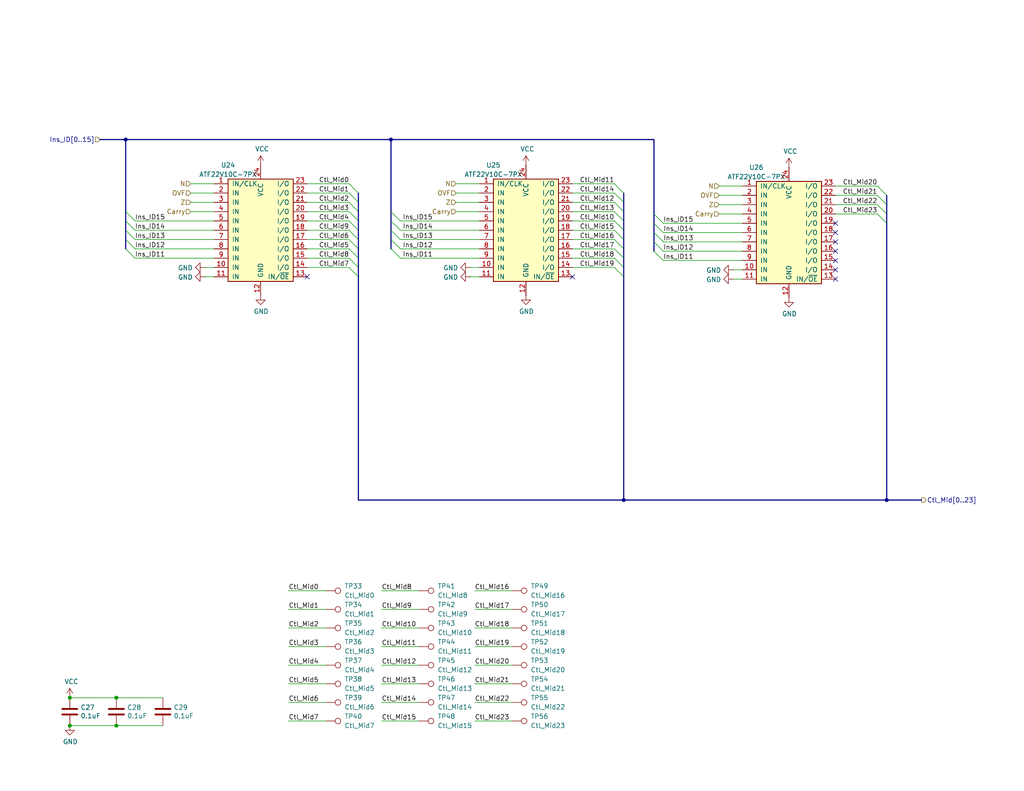
<source format=kicad_sch>
(kicad_sch (version 20250114) (generator "eeschema") (generator_version "9.0")
  (paper "USLetter")
  (title_block (title "Instruction Decoder") (date "2025-07-01") (rev "A") (comment 4 "Decodes an instruction opcode into an array of control signals."))
  (lib_symbols
    (symbol "Connector:TestPoint" (pin_numbers (hide yes)) (pin_names (offset 0.762) (hide yes))
      (property "Reference" "TP" (at 0 6.858 0))
      (property "Value" "TestPoint" (at 0 5.08 0))
      (symbol "TestPoint_0_1"
        (circle (center 0 3.302) (radius 0.762))
      )
      (symbol "TestPoint_1_1"
        (pin passive line (at 0 0 90) (length 2.54) (name "1") (number "1"))
      )
    )
    (symbol "Device:C" (pin_numbers (hide yes)) (pin_names (offset 0.254))
      (property "Reference" "C" (at 0.635 2.54 0))
      (property "Value" "C" (at 0.635 -2.54 0))
      (symbol "C_0_1"
        (polyline (pts (xy -2.032 0.762) (xy 2.032 0.762)) (stroke (width 0.508)))
        (polyline (pts (xy -2.032 -0.762) (xy 2.032 -0.762)) (stroke (width 0.508)))
      )
      (symbol "C_1_1"
        (pin passive line (at 0 3.81 270) (length 2.794) (name "~") (number "1"))
        (pin passive line (at 0 -3.81 90) (length 2.794) (name "~") (number "2"))
      )
    )
    (symbol "Turtle16:ATF22V10C" (pin_names (offset 1.016))
      (symbol "ATF22V10C_1_1"
        (rectangle (start -8.89 -15.24) (end 8.89 12.7) (stroke (width 0.254)) (fill (type background)))
        (pin input line (at -12.7 11.43 0) (length 3.81) (name "IN/CLK") (number "1"))
        (pin input line (at -12.7 8.89 0) (length 3.81) (name "IN") (number "2"))
        (pin input line (at -12.7 6.35 0) (length 3.81) (name "IN") (number "3"))
        (pin input line (at -12.7 3.81 0) (length 3.81) (name "IN") (number "4"))
        (pin input line (at -12.7 1.27 0) (length 3.81) (name "IN") (number "5"))
        (pin input line (at -12.7 -1.27 0) (length 3.81) (name "IN") (number "6"))
        (pin input line (at -12.7 -3.81 0) (length 3.81) (name "IN") (number "7"))
        (pin input line (at -12.7 -6.35 0) (length 3.81) (name "IN") (number "8"))
        (pin input line (at -12.7 -8.89 0) (length 3.81) (name "IN") (number "9"))
        (pin input line (at -12.7 -11.43 0) (length 3.81) (name "IN") (number "10"))
        (pin input line (at -12.7 -13.97 0) (length 3.81) (name "IN") (number "11"))
        (pin power_in line (at 0 16.51 270) (length 3.81) (name "VCC") (number "24"))
        (pin power_in line (at 0 -19.05 90) (length 3.81) (name "GND") (number "12"))
        (pin passive line (at 12.7 11.43 180) (length 3.81) (name "I/O") (number "23"))
        (pin passive line (at 12.7 8.89 180) (length 3.81) (name "I/O") (number "22"))
        (pin passive line (at 12.7 6.35 180) (length 3.81) (name "I/O") (number "21"))
        (pin passive line (at 12.7 3.81 180) (length 3.81) (name "I/O") (number "20"))
        (pin passive line (at 12.7 1.27 180) (length 3.81) (name "I/O") (number "19"))
        (pin passive line (at 12.7 -1.27 180) (length 3.81) (name "I/O") (number "18"))
        (pin passive line (at 12.7 -3.81 180) (length 3.81) (name "I/O") (number "17"))
        (pin passive line (at 12.7 -6.35 180) (length 3.81) (name "I/O") (number "16"))
        (pin passive line (at 12.7 -8.89 180) (length 3.81) (name "I/O") (number "15"))
        (pin passive line (at 12.7 -11.43 180) (length 3.81) (name "I/O") (number "14"))
        (pin input line (at 12.7 -13.97 180) (length 3.81) (name "IN/~{OE}") (number "13"))
      )
    )
    (symbol "power:GND" (power) (pin_numbers (hide yes)) (pin_names (offset 0) (hide yes))
      (property "Value" "GND" (at 0 -3.81 0))
      (symbol "GND_0_1"
        (polyline (pts (xy 0 0) (xy 0 -1.27) (xy 1.27 -1.27) (xy 0 -2.54) (xy -1.27 -1.27) (xy 0 -1.27)))
      )
      (symbol "GND_1_1"
        (pin power_in line (at 0 0 270) (length 0) (name "~") (number "1"))
      )
    )
    (symbol "power:VCC" (power) (pin_numbers (hide yes)) (pin_names (offset 0) (hide yes))
      (property "Value" "VCC" (at 0 3.556 0))
      (symbol "VCC_0_1"
        (polyline (pts (xy -0.762 1.27) (xy 0 2.54)))
        (polyline (pts (xy 0 2.54) (xy 0.762 1.27)))
        (polyline (pts (xy 0 0) (xy 0 2.54)))
      )
      (symbol "VCC_1_1"
        (pin power_in line (at 0 0 90) (length 0) (name "~") (number "1"))
      )
    )
  )
  (junction (at 19.05 198.12))
  (junction (at 31.75 190.5))
  (junction (at 241.935 136.525))
  (junction (at 34.29 38.1))
  (junction (at 31.75 198.12))
  (junction (at 170.18 136.525))
  (junction (at 106.68 38.1))
  (junction (at 19.05 190.5))
  (no_connect (at 227.965 60.96))
  (no_connect (at 83.82 75.565))
  (no_connect (at 156.21 75.565))
  (no_connect (at 227.965 76.2))
  (no_connect (at 227.965 63.5))
  (no_connect (at 227.965 66.04))
  (no_connect (at 227.965 68.58))
  (no_connect (at 227.965 71.12))
  (no_connect (at 227.965 73.66))
  (bus_entry (at 180.975 60.96) (size -2.54 -2.54))
  (bus_entry (at 109.22 67.945) (size -2.54 -2.54))
  (bus_entry (at 97.79 67.945) (size -2.54 -2.54))
  (bus_entry (at 95.25 70.485) (size 2.54 2.54))
  (bus_entry (at 97.79 62.865) (size -2.54 -2.54))
  (bus_entry (at 109.22 70.485) (size -2.54 -2.54))
  (bus_entry (at 180.975 63.5) (size -2.54 -2.54))
  (bus_entry (at 95.25 67.945) (size 2.54 2.54))
  (bus_entry (at 180.975 66.04) (size -2.54 -2.54))
  (bus_entry (at 241.935 58.42) (size -2.54 -2.54))
  (bus_entry (at 97.79 65.405) (size -2.54 -2.54))
  (bus_entry (at 241.935 53.34) (size -2.54 -2.54))
  (bus_entry (at 241.935 60.96) (size -2.54 -2.54))
  (bus_entry (at 241.935 55.88) (size -2.54 -2.54))
  (bus_entry (at 97.79 60.325) (size -2.54 -2.54))
  (bus_entry (at 180.975 68.58) (size -2.54 -2.54))
  (bus_entry (at 95.25 73.025) (size 2.54 2.54))
  (bus_entry (at 36.83 65.405) (size -2.54 -2.54))
  (bus_entry (at 97.79 52.705) (size -2.54 -2.54))
  (bus_entry (at 36.83 62.865) (size -2.54 -2.54))
  (bus_entry (at 167.64 67.945) (size 2.54 2.54))
  (bus_entry (at 109.22 65.405) (size -2.54 -2.54))
  (bus_entry (at 36.83 60.325) (size -2.54 -2.54))
  (bus_entry (at 170.18 60.325) (size -2.54 -2.54))
  (bus_entry (at 167.64 70.485) (size 2.54 2.54))
  (bus_entry (at 180.975 71.12) (size -2.54 -2.54))
  (bus_entry (at 97.79 55.245) (size -2.54 -2.54))
  (bus_entry (at 109.22 62.865) (size -2.54 -2.54))
  (bus_entry (at 170.18 62.865) (size -2.54 -2.54))
  (bus_entry (at 170.18 67.945) (size -2.54 -2.54))
  (bus_entry (at 36.83 67.945) (size -2.54 -2.54))
  (bus_entry (at 170.18 57.785) (size -2.54 -2.54))
  (bus_entry (at 109.22 60.325) (size -2.54 -2.54))
  (bus_entry (at 167.64 73.025) (size 2.54 2.54))
  (bus_entry (at 170.18 65.405) (size -2.54 -2.54))
  (bus_entry (at 170.18 52.705) (size -2.54 -2.54))
  (bus_entry (at 36.83 70.485) (size -2.54 -2.54))
  (bus_entry (at 97.79 57.785) (size -2.54 -2.54))
  (bus_entry (at 170.18 55.245) (size -2.54 -2.54))
  (wire (pts (xy 83.82 57.785) (xy 95.25 57.785)))
  (wire (pts (xy 124.46 50.165) (xy 130.81 50.165)))
  (wire (pts (xy 78.74 176.53) (xy 88.9 176.53)))
  (bus (pts (xy 170.18 55.245) (xy 170.18 57.785)))
  (wire (pts (xy 104.14 161.29) (xy 114.3 161.29)))
  (wire (pts (xy 44.45 198.12) (xy 31.75 198.12)))
  (bus (pts (xy 34.29 38.1) (xy 34.29 57.785)))
  (wire (pts (xy 156.21 65.405) (xy 167.64 65.405)))
  (bus (pts (xy 106.68 60.325) (xy 106.68 62.865)))
  (wire (pts (xy 129.54 171.45) (xy 139.7 171.45)))
  (bus (pts (xy 241.935 53.34) (xy 241.935 55.88)))
  (wire (pts (xy 202.565 60.96) (xy 180.975 60.96)))
  (wire (pts (xy 156.21 62.865) (xy 167.64 62.865)))
  (wire (pts (xy 58.42 60.325) (xy 36.83 60.325)))
  (bus (pts (xy 106.68 38.1) (xy 106.68 57.785)))
  (bus (pts (xy 170.18 136.525) (xy 241.935 136.525)))
  (bus (pts (xy 97.79 60.325) (xy 97.79 62.865)))
  (bus (pts (xy 34.29 57.785) (xy 34.29 60.325)))
  (wire (pts (xy 31.75 190.5) (xy 44.45 190.5)))
  (bus (pts (xy 170.18 57.785) (xy 170.18 60.325)))
  (wire (pts (xy 36.83 67.945) (xy 58.42 67.945)))
  (bus (pts (xy 241.935 60.96) (xy 241.935 136.525)))
  (wire (pts (xy 156.21 55.245) (xy 167.64 55.245)))
  (wire (pts (xy 83.82 50.165) (xy 95.25 50.165)))
  (wire (pts (xy 109.22 67.945) (xy 130.81 67.945)))
  (wire (pts (xy 52.07 50.165) (xy 58.42 50.165)))
  (wire (pts (xy 124.46 55.245) (xy 130.81 55.245)))
  (wire (pts (xy 180.975 68.58) (xy 202.565 68.58)))
  (wire (pts (xy 78.74 171.45) (xy 88.9 171.45)))
  (wire (pts (xy 52.07 55.245) (xy 58.42 55.245)))
  (wire (pts (xy 78.74 196.85) (xy 88.9 196.85)))
  (bus (pts (xy 97.79 70.485) (xy 97.79 67.945)))
  (wire (pts (xy 196.215 55.88) (xy 202.565 55.88)))
  (bus (pts (xy 178.435 38.1) (xy 178.435 58.42)))
  (bus (pts (xy 178.435 60.96) (xy 178.435 63.5)))
  (bus (pts (xy 97.79 73.025) (xy 97.79 75.565)))
  (wire (pts (xy 129.54 161.29) (xy 139.7 161.29)))
  (wire (pts (xy 227.965 53.34) (xy 239.395 53.34)))
  (wire (pts (xy 83.82 73.025) (xy 95.25 73.025)))
  (wire (pts (xy 83.82 62.865) (xy 95.25 62.865)))
  (wire (pts (xy 196.215 50.8) (xy 202.565 50.8)))
  (wire (pts (xy 156.21 73.025) (xy 167.64 73.025)))
  (wire (pts (xy 104.14 181.61) (xy 114.3 181.61)))
  (wire (pts (xy 200.025 73.66) (xy 202.565 73.66)))
  (wire (pts (xy 180.975 71.12) (xy 202.565 71.12)))
  (bus (pts (xy 34.29 60.325) (xy 34.29 62.865)))
  (wire (pts (xy 78.74 191.77) (xy 88.9 191.77)))
  (wire (pts (xy 124.46 52.705) (xy 130.81 52.705)))
  (bus (pts (xy 170.18 70.485) (xy 170.18 73.025)))
  (bus (pts (xy 170.18 62.865) (xy 170.18 65.405)))
  (wire (pts (xy 104.14 191.77) (xy 114.3 191.77)))
  (wire (pts (xy 200.025 76.2) (xy 202.565 76.2)))
  (wire (pts (xy 129.54 181.61) (xy 139.7 181.61)))
  (wire (pts (xy 202.565 63.5) (xy 180.975 63.5)))
  (wire (pts (xy 83.82 65.405) (xy 95.25 65.405)))
  (wire (pts (xy 83.82 67.945) (xy 95.25 67.945)))
  (wire (pts (xy 180.975 66.04) (xy 202.565 66.04)))
  (wire (pts (xy 156.21 67.945) (xy 167.64 67.945)))
  (wire (pts (xy 124.46 57.785) (xy 130.81 57.785)))
  (wire (pts (xy 104.14 186.69) (xy 114.3 186.69)))
  (wire (pts (xy 109.22 70.485) (xy 130.81 70.485)))
  (bus (pts (xy 34.29 62.865) (xy 34.29 65.405)))
  (bus (pts (xy 170.18 70.485) (xy 170.18 67.945)))
  (wire (pts (xy 52.07 57.785) (xy 58.42 57.785)))
  (wire (pts (xy 196.215 53.34) (xy 202.565 53.34)))
  (bus (pts (xy 106.68 62.865) (xy 106.68 65.405)))
  (wire (pts (xy 156.21 52.705) (xy 167.64 52.705)))
  (wire (pts (xy 129.54 196.85) (xy 139.7 196.85)))
  (wire (pts (xy 31.75 198.12) (xy 19.05 198.12)))
  (bus (pts (xy 178.435 66.04) (xy 178.435 68.58)))
  (wire (pts (xy 227.965 58.42) (xy 239.395 58.42)))
  (bus (pts (xy 97.79 52.705) (xy 97.79 55.245)))
  (bus (pts (xy 106.68 65.405) (xy 106.68 67.945)))
  (bus (pts (xy 170.18 73.025) (xy 170.18 75.565)))
  (wire (pts (xy 78.74 161.29) (xy 88.9 161.29)))
  (wire (pts (xy 109.22 65.405) (xy 130.81 65.405)))
  (wire (pts (xy 36.83 70.485) (xy 58.42 70.485)))
  (wire (pts (xy 83.82 60.325) (xy 95.25 60.325)))
  (bus (pts (xy 27.305 38.1) (xy 34.29 38.1)))
  (bus (pts (xy 97.79 57.785) (xy 97.79 60.325)))
  (wire (pts (xy 104.14 176.53) (xy 114.3 176.53)))
  (wire (pts (xy 129.54 176.53) (xy 139.7 176.53)))
  (wire (pts (xy 129.54 191.77) (xy 139.7 191.77)))
  (bus (pts (xy 170.18 75.565) (xy 170.18 136.525)))
  (bus (pts (xy 97.79 75.565) (xy 97.79 136.525)))
  (bus (pts (xy 241.935 58.42) (xy 241.935 60.96)))
  (bus (pts (xy 34.29 65.405) (xy 34.29 67.945)))
  (wire (pts (xy 55.88 73.025) (xy 58.42 73.025)))
  (wire (pts (xy 196.215 58.42) (xy 202.565 58.42)))
  (bus (pts (xy 97.79 70.485) (xy 97.79 73.025)))
  (wire (pts (xy 78.74 186.69) (xy 88.9 186.69)))
  (wire (pts (xy 156.21 60.325) (xy 167.64 60.325)))
  (bus (pts (xy 241.935 55.88) (xy 241.935 58.42)))
  (wire (pts (xy 78.74 181.61) (xy 88.9 181.61)))
  (bus (pts (xy 170.18 52.705) (xy 170.18 55.245)))
  (wire (pts (xy 128.27 73.025) (xy 130.81 73.025)))
  (wire (pts (xy 83.82 52.705) (xy 95.25 52.705)))
  (bus (pts (xy 97.79 65.405) (xy 97.79 67.945)))
  (bus (pts (xy 106.68 57.785) (xy 106.68 60.325)))
  (wire (pts (xy 104.14 166.37) (xy 114.3 166.37)))
  (wire (pts (xy 19.05 190.5) (xy 31.75 190.5)))
  (wire (pts (xy 156.21 57.785) (xy 167.64 57.785)))
  (bus (pts (xy 178.435 63.5) (xy 178.435 66.04)))
  (bus (pts (xy 170.18 136.525) (xy 97.79 136.525)))
  (bus (pts (xy 34.29 38.1) (xy 106.68 38.1)))
  (wire (pts (xy 129.54 166.37) (xy 139.7 166.37)))
  (wire (pts (xy 36.83 65.405) (xy 58.42 65.405)))
  (bus (pts (xy 170.18 65.405) (xy 170.18 67.945)))
  (bus (pts (xy 106.68 38.1) (xy 178.435 38.1)))
  (bus (pts (xy 170.18 60.325) (xy 170.18 62.865)))
  (wire (pts (xy 55.88 75.565) (xy 58.42 75.565)))
  (wire (pts (xy 83.82 70.485) (xy 95.25 70.485)))
  (wire (pts (xy 104.14 171.45) (xy 114.3 171.45)))
  (bus (pts (xy 97.79 62.865) (xy 97.79 65.405)))
  (bus (pts (xy 97.79 55.245) (xy 97.79 57.785)))
  (wire (pts (xy 104.14 196.85) (xy 114.3 196.85)))
  (wire (pts (xy 78.74 166.37) (xy 88.9 166.37)))
  (wire (pts (xy 227.965 50.8) (xy 239.395 50.8)))
  (wire (pts (xy 128.27 75.565) (xy 130.81 75.565)))
  (wire (pts (xy 130.81 60.325) (xy 109.22 60.325)))
  (wire (pts (xy 156.21 70.485) (xy 167.64 70.485)))
  (wire (pts (xy 83.82 55.245) (xy 95.25 55.245)))
  (wire (pts (xy 129.54 186.69) (xy 139.7 186.69)))
  (bus (pts (xy 241.935 136.525) (xy 251.46 136.525)))
  (wire (pts (xy 58.42 62.865) (xy 36.83 62.865)))
  (wire (pts (xy 227.965 55.88) (xy 239.395 55.88)))
  (bus (pts (xy 178.435 58.42) (xy 178.435 60.96)))
  (wire (pts (xy 52.07 52.705) (xy 58.42 52.705)))
  (wire (pts (xy 156.21 50.165) (xy 167.64 50.165)))
  (wire (pts (xy 130.81 62.865) (xy 109.22 62.865)))
  (label "Ctl_Mid13" (at 104.14 186.69 0))
  (label "Ctl_Mid9" (at 104.14 166.37 0))
  (label "Ctl_Mid0" (at 95.25 50.165 180))
  (label "Ctl_Mid14" (at 167.64 52.705 180))
  (label "Ctl_Mid4" (at 95.25 60.325 180))
  (label "Ctl_Mid17" (at 129.54 166.37 0))
  (label "Ins_ID12" (at 180.975 68.58 0))
  (label "Ctl_Mid22" (at 129.54 191.77 0))
  (label "Ins_ID13" (at 36.83 65.405 0))
  (label "Ins_ID15" (at 36.83 60.325 0))
  (label "Ins_ID13" (at 109.855 65.405 0))
  (label "Ctl_Mid2" (at 78.74 171.45 0))
  (label "Ctl_Mid23" (at 129.54 196.85 0))
  (label "Ctl_Mid10" (at 167.64 60.325 180))
  (label "Ctl_Mid19" (at 129.54 176.53 0))
  (label "Ctl_Mid18" (at 167.64 70.485 180))
  (label "Ctl_Mid2" (at 95.25 55.245 180))
  (label "Ctl_Mid11" (at 104.14 176.53 0))
  (label "Ctl_Mid4" (at 78.74 181.61 0))
  (label "Ctl_Mid14" (at 104.14 191.77 0))
  (label "Ctl_Mid13" (at 167.64 57.785 180))
  (label "Ins_ID11" (at 180.975 71.12 0))
  (label "Ctl_Mid22" (at 239.395 55.88 180))
  (label "Ins_ID14" (at 36.83 62.865 0))
  (label "Ins_ID13" (at 180.975 66.04 0))
  (label "Ctl_Mid10" (at 104.14 171.45 0))
  (label "Ins_ID15" (at 109.855 60.325 0))
  (label "Ctl_Mid9" (at 95.25 62.865 180))
  (label "Ctl_Mid3" (at 95.25 57.785 180))
  (label "Ctl_Mid23" (at 239.395 58.42 180))
  (label "Ins_ID11" (at 36.83 70.485 0))
  (label "Ins_ID12" (at 109.855 67.945 0))
  (label "Ctl_Mid20" (at 129.54 181.61 0))
  (label "Ctl_Mid3" (at 78.74 176.53 0))
  (label "Ctl_Mid5" (at 95.25 67.945 180))
  (label "Ctl_Mid12" (at 167.64 55.245 180))
  (label "Ctl_Mid16" (at 129.54 161.29 0))
  (label "Ctl_Mid7" (at 78.74 196.85 0))
  (label "Ctl_Mid17" (at 167.64 67.945 180))
  (label "Ctl_Mid20" (at 239.395 50.8 180))
  (label "Ins_ID12" (at 36.83 67.945 0))
  (label "Ins_ID14" (at 180.975 63.5 0))
  (label "Ctl_Mid8" (at 104.14 161.29 0))
  (label "Ctl_Mid15" (at 104.14 196.85 0))
  (label "Ctl_Mid18" (at 129.54 171.45 0))
  (label "Ctl_Mid0" (at 78.74 161.29 0))
  (label "Ctl_Mid7" (at 95.25 73.025 180))
  (label "Ctl_Mid12" (at 104.14 181.61 0))
  (label "Ctl_Mid8" (at 95.25 70.485 180))
  (label "Ctl_Mid1" (at 95.25 52.705 180))
  (label "Ctl_Mid16" (at 167.64 65.405 180))
  (label "Ins_ID14" (at 109.855 62.865 0))
  (label "Ctl_Mid11" (at 167.64 50.165 180))
  (label "Ctl_Mid1" (at 78.74 166.37 0))
  (label "Ctl_Mid6" (at 78.74 191.77 0))
  (label "Ins_ID11" (at 109.855 70.485 0))
  (label "Ctl_Mid15" (at 167.64 62.865 180))
  (label "Ins_ID15" (at 180.975 60.96 0))
  (label "Ctl_Mid21" (at 129.54 186.69 0))
  (label "Ctl_Mid6" (at 95.25 65.405 180))
  (label "Ctl_Mid21" (at 239.395 53.34 180))
  (label "Ctl_Mid5" (at 78.74 186.69 0))
  (label "Ctl_Mid19" (at 167.64 73.025 180))
  (hierarchical_label "Z" (shape input) (at 124.46 55.245 180))
  (hierarchical_label "OVF" (shape input) (at 124.46 52.705 180))
  (hierarchical_label "N" (shape input) (at 196.215 50.8 180))
  (hierarchical_label "Ins_ID[0..15]" (shape input) (at 27.305 38.1 180))
  (hierarchical_label "Ctl_Mid[0..23]" (shape output) (at 251.46 136.525 0))
  (hierarchical_label "Carry" (shape input) (at 124.46 57.785 180))
  (hierarchical_label "N" (shape input) (at 52.07 50.165 180))
  (hierarchical_label "N" (shape input) (at 124.46 50.165 180))
  (hierarchical_label "Carry" (shape input) (at 196.215 58.42 180))
  (hierarchical_label "Carry" (shape input) (at 52.07 57.785 180))
  (hierarchical_label "OVF" (shape input) (at 52.07 52.705 180))
  (hierarchical_label "Z" (shape input) (at 52.07 55.245 180))
  (hierarchical_label "OVF" (shape input) (at 196.215 53.34 180))
  (hierarchical_label "Z" (shape input) (at 196.215 55.88 180))
  (symbol (lib_id "power:GND") (at 55.88 75.565 270) (unit 1)
    (property "Reference" "#PWR0112" (effects (hide yes)))
    (property "Value" "GND" (at 52.6288 75.692 90) (effects (justify right)))
    (property "Description" "Power symbol creates a global label with name \"GND\" , ground" (effects (hide yes)))
    (instances (project "MainBoard" (path "" (reference "#PWR0209") (unit 1))) (project "ControlModule" (path "" (reference "#PWR0112") (unit 1))))
  )
  (symbol (lib_id "power:GND") (at 55.88 73.025 270) (unit 1)
    (property "Reference" "#PWR0113" (effects (hide yes)))
    (property "Value" "GND" (at 52.6288 73.152 90) (effects (justify right)))
    (property "Description" "Power symbol creates a global label with name \"GND\" , ground" (effects (hide yes)))
    (instances (project "MainBoard" (path "" (reference "#PWR0208") (unit 1))) (project "ControlModule" (path "" (reference "#PWR0113") (unit 1))))
  )
  (symbol (lib_id "Device:C") (at 19.05 194.31 0) (unit 1)
    (property "Reference" "C1" (at 21.971 193.1416 0) (effects (justify left)))
    (property "Value" "0.1uF" (at 21.971 195.453 0) (effects (justify left)))
    (property "Footprint" "Capacitor_SMD:C_0603_1608Metric" (effects (hide yes)))
    (property "Datasheet" "https://www.mouser.com/datasheet/2/396/taiyo_yuden_12132018_mlcc11_hq_e-1510082.pdf" (effects (hide yes)))
    (property "Manufacturer" "Taiyo Yuden" (effects (hide yes)))
    (property "Manufacturer#" "EMK107B7104KAHT" (effects (hide yes)))
    (property "Mouser#" "963-EMK107B7104KAHT" (effects (hide yes)))
    (property "Digikey#" "587-6004-1-ND" (effects (hide yes)))
    (instances (project "MainBoard" (path "" (reference "C27") (unit 1))) (project "ControlModule" (path "" (reference "C1") (unit 1))))
  )
  (symbol (lib_id "Device:C") (at 31.75 194.31 0) (unit 1)
    (property "Reference" "C2" (at 34.671 193.1416 0) (effects (justify left)))
    (property "Value" "0.1uF" (at 34.671 195.453 0) (effects (justify left)))
    (property "Footprint" "Capacitor_SMD:C_0603_1608Metric" (effects (hide yes)))
    (property "Datasheet" "https://www.mouser.com/datasheet/2/396/taiyo_yuden_12132018_mlcc11_hq_e-1510082.pdf" (effects (hide yes)))
    (property "Manufacturer" "Taiyo Yuden" (effects (hide yes)))
    (property "Manufacturer#" "EMK107B7104KAHT" (effects (hide yes)))
    (property "Mouser#" "963-EMK107B7104KAHT" (effects (hide yes)))
    (property "Digikey#" "587-6004-1-ND" (effects (hide yes)))
    (instances (project "MainBoard" (path "" (reference "C28") (unit 1))) (project "ControlModule" (path "" (reference "C2") (unit 1))))
  )
  (symbol (lib_id "power:GND") (at 19.05 198.12 0) (unit 1)
    (property "Reference" "#PWR0109" (effects (hide yes)))
    (property "Value" "GND" (at 19.177 202.5142 0))
    (property "Description" "Power symbol creates a global label with name \"GND\" , ground" (effects (hide yes)))
    (instances (project "MainBoard" (path "" (reference "#PWR0207") (unit 1))) (project "ControlModule" (path "" (reference "#PWR0109") (unit 1))))
  )
  (symbol (lib_id "power:VCC") (at 19.05 190.5 0) (unit 1)
    (property "Reference" "#PWR0110" (effects (hide yes)))
    (property "Value" "VCC" (at 19.4818 186.1058 0))
    (property "Description" "Power symbol creates a global label with name \"VCC\"" (effects (hide yes)))
    (instances (project "MainBoard" (path "" (reference "#PWR0206") (unit 1))) (project "ControlModule" (path "" (reference "#PWR0110") (unit 1))))
  )
  (symbol (lib_id "power:VCC") (at 71.12 45.085 0) (unit 1)
    (property "Reference" "#PWR0114" (effects (hide yes)))
    (property "Value" "VCC" (at 71.501 40.6908 0))
    (property "Description" "Power symbol creates a global label with name \"VCC\"" (effects (hide yes)))
    (instances (project "MainBoard" (path "" (reference "#PWR0210") (unit 1))) (project "ControlModule" (path "" (reference "#PWR0114") (unit 1))))
  )
  (symbol (lib_id "power:GND") (at 71.12 80.645 0) (unit 1)
    (property "Reference" "#PWR0111" (effects (hide yes)))
    (property "Value" "GND" (at 71.247 85.0392 0))
    (property "Description" "Power symbol creates a global label with name \"GND\" , ground" (effects (hide yes)))
    (instances (project "MainBoard" (path "" (reference "#PWR0211") (unit 1))) (project "ControlModule" (path "" (reference "#PWR0111") (unit 1))))
  )
  (symbol (lib_id "Device:C") (at 44.45 194.31 0) (unit 1)
    (property "Reference" "C3" (at 47.371 193.1416 0) (effects (justify left)))
    (property "Value" "0.1uF" (at 47.371 195.453 0) (effects (justify left)))
    (property "Footprint" "Capacitor_SMD:C_0603_1608Metric" (effects (hide yes)))
    (property "Datasheet" "https://www.mouser.com/datasheet/2/396/taiyo_yuden_12132018_mlcc11_hq_e-1510082.pdf" (effects (hide yes)))
    (property "Manufacturer" "Taiyo Yuden" (effects (hide yes)))
    (property "Manufacturer#" "EMK107B7104KAHT" (effects (hide yes)))
    (property "Mouser#" "963-EMK107B7104KAHT" (effects (hide yes)))
    (property "Digikey#" "587-6004-1-ND" (effects (hide yes)))
    (instances (project "MainBoard" (path "" (reference "C29") (unit 1))) (project "ControlModule" (path "" (reference "C3") (unit 1))))
  )
  (symbol (lib_id "power:VCC") (at 143.51 45.085 0) (unit 1)
    (property "Reference" "#PWR0104" (effects (hide yes)))
    (property "Value" "VCC" (at 143.891 40.6908 0))
    (property "Description" "Power symbol creates a global label with name \"VCC\"" (effects (hide yes)))
    (instances (project "MainBoard" (path "" (reference "#PWR0214") (unit 1))) (project "ControlModule" (path "" (reference "#PWR0104") (unit 1))))
  )
  (symbol (lib_id "power:GND") (at 143.51 80.645 0) (unit 1)
    (property "Reference" "#PWR0105" (effects (hide yes)))
    (property "Value" "GND" (at 143.637 85.0392 0))
    (property "Description" "Power symbol creates a global label with name \"GND\" , ground" (effects (hide yes)))
    (instances (project "MainBoard" (path "" (reference "#PWR0215") (unit 1))) (project "ControlModule" (path "" (reference "#PWR0105") (unit 1))))
  )
  (symbol (lib_id "power:VCC") (at 215.265 45.72 0) (unit 1)
    (property "Reference" "#PWR0107" (effects (hide yes)))
    (property "Value" "VCC" (at 215.646 41.3258 0))
    (property "Description" "Power symbol creates a global label with name \"VCC\"" (effects (hide yes)))
    (instances (project "MainBoard" (path "" (reference "#PWR0218") (unit 1))) (project "ControlModule" (path "" (reference "#PWR0107") (unit 1))))
  )
  (symbol (lib_id "power:GND") (at 215.265 81.28 0) (unit 1)
    (property "Reference" "#PWR0101" (effects (hide yes)))
    (property "Value" "GND" (at 215.392 85.6742 0))
    (property "Description" "Power symbol creates a global label with name \"GND\" , ground" (effects (hide yes)))
    (instances (project "MainBoard" (path "" (reference "#PWR0219") (unit 1))) (project "ControlModule" (path "" (reference "#PWR0101") (unit 1))))
  )
  (symbol (lib_id "Connector:TestPoint") (at 88.9 171.45 270) (unit 1) (in_bom no)
    (property "Reference" "TP3" (at 93.98 170.1799 90) (effects (justify left)))
    (property "Value" "Ctl_Mid2" (at 93.98 172.7199 90) (effects (justify left)))
    (property "Footprint" "TestPoint:TestPoint_Pad_D1.0mm" (effects (hide yes)))
    (instances (project "MainBoard" (path "" (reference "TP35") (unit 1))) (project "ControlModule" (path "" (reference "TP3") (unit 1))))
  )
  (symbol (lib_id "Turtle16:ATF22V10C") (at 215.265 62.23 0) (unit 1)
    (property "Reference" "U3" (at 206.375 45.72 0))
    (property "Value" "ATF22V10C-7PX" (at 206.375 48.26 0))
    (property "Footprint" "Package_DIP:DIP-24_W7.62mm_Socket" (effects (hide yes)))
    (property "Datasheet" "https://www.mouser.com/datasheet/2/268/doc0735-1369018.pdf" (effects (hide yes)))
    (property "Manufacturer" "Microchip Technology" (effects (hide yes)))
    (property "Manufacturer#" "ATF22V10C-7PX" (effects (hide yes)))
    (property "Mouser#" "556-AF22V10C7PX" (effects (hide yes)))
    (property "Digikey#" "ATF22V10C-7PX-ND" (effects (hide yes)))
    (instances (project "MainBoard" (path "" (reference "U26") (unit 1))) (project "ControlModule" (path "" (reference "U3") (unit 1))))
  )
  (symbol (lib_id "Connector:TestPoint") (at 139.7 181.61 270) (unit 1) (in_bom no)
    (property "Reference" "TP21" (at 144.78 180.3399 90) (effects (justify left)))
    (property "Value" "Ctl_Mid20" (at 144.78 182.8799 90) (effects (justify left)))
    (property "Footprint" "TestPoint:TestPoint_Pad_D1.0mm" (effects (hide yes)))
    (instances (project "MainBoard" (path "" (reference "TP53") (unit 1))) (project "ControlModule" (path "" (reference "TP21") (unit 1))))
  )
  (symbol (lib_id "Connector:TestPoint") (at 88.9 161.29 270) (unit 1) (in_bom no)
    (property "Reference" "TP1" (at 93.98 160.0199 90) (effects (justify left)))
    (property "Value" "Ctl_Mid0" (at 93.98 162.5599 90) (effects (justify left)))
    (property "Footprint" "TestPoint:TestPoint_Pad_D1.0mm" (effects (hide yes)))
    (instances (project "MainBoard" (path "" (reference "TP33") (unit 1))) (project "ControlModule" (path "" (reference "TP1") (unit 1))))
  )
  (symbol (lib_id "power:GND") (at 200.025 73.66 270) (unit 1)
    (property "Reference" "#PWR0108" (effects (hide yes)))
    (property "Value" "GND" (at 196.7738 73.787 90) (effects (justify right)))
    (property "Description" "Power symbol creates a global label with name \"GND\" , ground" (effects (hide yes)))
    (instances (project "MainBoard" (path "" (reference "#PWR0216") (unit 1))) (project "ControlModule" (path "" (reference "#PWR0108") (unit 1))))
  )
  (symbol (lib_id "Connector:TestPoint") (at 88.9 181.61 270) (unit 1) (in_bom no)
    (property "Reference" "TP5" (at 93.98 180.3399 90) (effects (justify left)))
    (property "Value" "Ctl_Mid4" (at 93.98 182.8799 90) (effects (justify left)))
    (property "Footprint" "TestPoint:TestPoint_Pad_D1.0mm" (effects (hide yes)))
    (instances (project "MainBoard" (path "" (reference "TP37") (unit 1))) (project "ControlModule" (path "" (reference "TP5") (unit 1))))
  )
  (symbol (lib_id "Connector:TestPoint") (at 139.7 186.69 270) (unit 1) (in_bom no)
    (property "Reference" "TP22" (at 144.78 185.4199 90) (effects (justify left)))
    (property "Value" "Ctl_Mid21" (at 144.78 187.9599 90) (effects (justify left)))
    (property "Footprint" "TestPoint:TestPoint_Pad_D1.0mm" (effects (hide yes)))
    (instances (project "MainBoard" (path "" (reference "TP54") (unit 1))) (project "ControlModule" (path "" (reference "TP22") (unit 1))))
  )
  (symbol (lib_id "Connector:TestPoint") (at 139.7 161.29 270) (unit 1) (in_bom no)
    (property "Reference" "TP17" (at 144.78 160.0199 90) (effects (justify left)))
    (property "Value" "Ctl_Mid16" (at 144.78 162.5599 90) (effects (justify left)))
    (property "Footprint" "TestPoint:TestPoint_Pad_D1.0mm" (effects (hide yes)))
    (instances (project "MainBoard" (path "" (reference "TP49") (unit 1))) (project "ControlModule" (path "" (reference "TP17") (unit 1))))
  )
  (symbol (lib_id "Connector:TestPoint") (at 114.3 161.29 270) (unit 1) (in_bom no)
    (property "Reference" "TP9" (at 119.38 160.0199 90) (effects (justify left)))
    (property "Value" "Ctl_Mid8" (at 119.38 162.5599 90) (effects (justify left)))
    (property "Footprint" "TestPoint:TestPoint_Pad_D1.0mm" (effects (hide yes)))
    (instances (project "MainBoard" (path "" (reference "TP41") (unit 1))) (project "ControlModule" (path "" (reference "TP9") (unit 1))))
  )
  (symbol (lib_id "Turtle16:ATF22V10C") (at 71.12 61.595 0) (unit 1)
    (property "Reference" "U1" (at 62.23 45.085 0))
    (property "Value" "ATF22V10C-7PX" (at 62.23 47.625 0))
    (property "Footprint" "Package_DIP:DIP-24_W7.62mm_Socket" (effects (hide yes)))
    (property "Datasheet" "https://www.mouser.com/datasheet/2/268/doc0735-1369018.pdf" (effects (hide yes)))
    (property "Manufacturer" "Microchip Technology" (effects (hide yes)))
    (property "Manufacturer#" "ATF22V10C-7PX" (effects (hide yes)))
    (property "Mouser#" "556-AF22V10C7PX" (effects (hide yes)))
    (property "Digikey#" "ATF22V10C-7PX-ND" (effects (hide yes)))
    (instances (project "MainBoard" (path "" (reference "U24") (unit 1))) (project "ControlModule" (path "" (reference "U1") (unit 1))))
  )
  (symbol (lib_id "Connector:TestPoint") (at 139.7 191.77 270) (unit 1) (in_bom no)
    (property "Reference" "TP23" (at 144.78 190.4999 90) (effects (justify left)))
    (property "Value" "Ctl_Mid22" (at 144.78 193.0399 90) (effects (justify left)))
    (property "Footprint" "TestPoint:TestPoint_Pad_D1.0mm" (effects (hide yes)))
    (instances (project "MainBoard" (path "" (reference "TP55") (unit 1))) (project "ControlModule" (path "" (reference "TP23") (unit 1))))
  )
  (symbol (lib_id "Connector:TestPoint") (at 114.3 171.45 270) (unit 1) (in_bom no)
    (property "Reference" "TP11" (at 119.38 170.1799 90) (effects (justify left)))
    (property "Value" "Ctl_Mid10" (at 119.38 172.7199 90) (effects (justify left)))
    (property "Footprint" "TestPoint:TestPoint_Pad_D1.0mm" (effects (hide yes)))
    (instances (project "MainBoard" (path "" (reference "TP43") (unit 1))) (project "ControlModule" (path "" (reference "TP11") (unit 1))))
  )
  (symbol (lib_id "power:GND") (at 200.025 76.2 270) (unit 1)
    (property "Reference" "#PWR0106" (effects (hide yes)))
    (property "Value" "GND" (at 196.7738 76.327 90) (effects (justify right)))
    (property "Description" "Power symbol creates a global label with name \"GND\" , ground" (effects (hide yes)))
    (instances (project "MainBoard" (path "" (reference "#PWR0217") (unit 1))) (project "ControlModule" (path "" (reference "#PWR0106") (unit 1))))
  )
  (symbol (lib_id "Connector:TestPoint") (at 114.3 166.37 270) (unit 1) (in_bom no)
    (property "Reference" "TP10" (at 119.38 165.0999 90) (effects (justify left)))
    (property "Value" "Ctl_Mid9" (at 119.38 167.6399 90) (effects (justify left)))
    (property "Footprint" "TestPoint:TestPoint_Pad_D1.0mm" (effects (hide yes)))
    (instances (project "MainBoard" (path "" (reference "TP42") (unit 1))) (project "ControlModule" (path "" (reference "TP10") (unit 1))))
  )
  (symbol (lib_id "Connector:TestPoint") (at 88.9 191.77 270) (unit 1) (in_bom no)
    (property "Reference" "TP7" (at 93.98 190.4999 90) (effects (justify left)))
    (property "Value" "Ctl_Mid6" (at 93.98 193.0399 90) (effects (justify left)))
    (property "Footprint" "TestPoint:TestPoint_Pad_D1.0mm" (effects (hide yes)))
    (instances (project "MainBoard" (path "" (reference "TP39") (unit 1))) (project "ControlModule" (path "" (reference "TP7") (unit 1))))
  )
  (symbol (lib_id "power:GND") (at 128.27 73.025 270) (unit 1)
    (property "Reference" "#PWR0102" (effects (hide yes)))
    (property "Value" "GND" (at 125.0188 73.152 90) (effects (justify right)))
    (property "Description" "Power symbol creates a global label with name \"GND\" , ground" (effects (hide yes)))
    (instances (project "MainBoard" (path "" (reference "#PWR0212") (unit 1))) (project "ControlModule" (path "" (reference "#PWR0102") (unit 1))))
  )
  (symbol (lib_id "Connector:TestPoint") (at 139.7 166.37 270) (unit 1) (in_bom no)
    (property "Reference" "TP18" (at 144.78 165.0999 90) (effects (justify left)))
    (property "Value" "Ctl_Mid17" (at 144.78 167.6399 90) (effects (justify left)))
    (property "Footprint" "TestPoint:TestPoint_Pad_D1.0mm" (effects (hide yes)))
    (instances (project "MainBoard" (path "" (reference "TP50") (unit 1))) (project "ControlModule" (path "" (reference "TP18") (unit 1))))
  )
  (symbol (lib_id "Connector:TestPoint") (at 88.9 176.53 270) (unit 1) (in_bom no)
    (property "Reference" "TP4" (at 93.98 175.2599 90) (effects (justify left)))
    (property "Value" "Ctl_Mid3" (at 93.98 177.7999 90) (effects (justify left)))
    (property "Footprint" "TestPoint:TestPoint_Pad_D1.0mm" (effects (hide yes)))
    (instances (project "MainBoard" (path "" (reference "TP36") (unit 1))) (project "ControlModule" (path "" (reference "TP4") (unit 1))))
  )
  (symbol (lib_id "Connector:TestPoint") (at 139.7 196.85 270) (unit 1) (in_bom no)
    (property "Reference" "TP24" (at 144.78 195.5799 90) (effects (justify left)))
    (property "Value" "Ctl_Mid23" (at 144.78 198.1199 90) (effects (justify left)))
    (property "Footprint" "TestPoint:TestPoint_Pad_D1.0mm" (effects (hide yes)))
    (instances (project "MainBoard" (path "" (reference "TP56") (unit 1))) (project "ControlModule" (path "" (reference "TP24") (unit 1))))
  )
  (symbol (lib_id "Connector:TestPoint") (at 114.3 181.61 270) (unit 1) (in_bom no)
    (property "Reference" "TP13" (at 119.38 180.3399 90) (effects (justify left)))
    (property "Value" "Ctl_Mid12" (at 119.38 182.8799 90) (effects (justify left)))
    (property "Footprint" "TestPoint:TestPoint_Pad_D1.0mm" (effects (hide yes)))
    (instances (project "MainBoard" (path "" (reference "TP45") (unit 1))) (project "ControlModule" (path "" (reference "TP13") (unit 1))))
  )
  (symbol (lib_id "Connector:TestPoint") (at 114.3 196.85 270) (unit 1) (in_bom no)
    (property "Reference" "TP16" (at 119.38 195.5799 90) (effects (justify left)))
    (property "Value" "Ctl_Mid15" (at 119.38 198.1199 90) (effects (justify left)))
    (property "Footprint" "TestPoint:TestPoint_Pad_D1.0mm" (effects (hide yes)))
    (instances (project "MainBoard" (path "" (reference "TP48") (unit 1))) (project "ControlModule" (path "" (reference "TP16") (unit 1))))
  )
  (symbol (lib_id "Connector:TestPoint") (at 88.9 186.69 270) (unit 1) (in_bom no)
    (property "Reference" "TP6" (at 93.98 185.4199 90) (effects (justify left)))
    (property "Value" "Ctl_Mid5" (at 93.98 187.9599 90) (effects (justify left)))
    (property "Footprint" "TestPoint:TestPoint_Pad_D1.0mm" (effects (hide yes)))
    (instances (project "MainBoard" (path "" (reference "TP38") (unit 1))) (project "ControlModule" (path "" (reference "TP6") (unit 1))))
  )
  (symbol (lib_id "Connector:TestPoint") (at 88.9 166.37 270) (unit 1) (in_bom no)
    (property "Reference" "TP2" (at 93.98 165.0999 90) (effects (justify left)))
    (property "Value" "Ctl_Mid1" (at 93.98 167.6399 90) (effects (justify left)))
    (property "Footprint" "TestPoint:TestPoint_Pad_D1.0mm" (effects (hide yes)))
    (instances (project "MainBoard" (path "" (reference "TP34") (unit 1))) (project "ControlModule" (path "" (reference "TP2") (unit 1))))
  )
  (symbol (lib_id "Connector:TestPoint") (at 114.3 176.53 270) (unit 1) (in_bom no)
    (property "Reference" "TP12" (at 119.38 175.2599 90) (effects (justify left)))
    (property "Value" "Ctl_Mid11" (at 119.38 177.7999 90) (effects (justify left)))
    (property "Footprint" "TestPoint:TestPoint_Pad_D1.0mm" (effects (hide yes)))
    (instances (project "MainBoard" (path "" (reference "TP44") (unit 1))) (project "ControlModule" (path "" (reference "TP12") (unit 1))))
  )
  (symbol (lib_id "Connector:TestPoint") (at 139.7 171.45 270) (unit 1) (in_bom no)
    (property "Reference" "TP19" (at 144.78 170.1799 90) (effects (justify left)))
    (property "Value" "Ctl_Mid18" (at 144.78 172.7199 90) (effects (justify left)))
    (property "Footprint" "TestPoint:TestPoint_Pad_D1.0mm" (effects (hide yes)))
    (instances (project "MainBoard" (path "" (reference "TP51") (unit 1))) (project "ControlModule" (path "" (reference "TP19") (unit 1))))
  )
  (symbol (lib_id "power:GND") (at 128.27 75.565 270) (unit 1)
    (property "Reference" "#PWR0103" (effects (hide yes)))
    (property "Value" "GND" (at 125.0188 75.692 90) (effects (justify right)))
    (property "Description" "Power symbol creates a global label with name \"GND\" , ground" (effects (hide yes)))
    (instances (project "MainBoard" (path "" (reference "#PWR0213") (unit 1))) (project "ControlModule" (path "" (reference "#PWR0103") (unit 1))))
  )
  (symbol (lib_id "Connector:TestPoint") (at 88.9 196.85 270) (unit 1) (in_bom no)
    (property "Reference" "TP8" (at 93.98 195.5799 90) (effects (justify left)))
    (property "Value" "Ctl_Mid7" (at 93.98 198.1199 90) (effects (justify left)))
    (property "Footprint" "TestPoint:TestPoint_Pad_D1.0mm" (effects (hide yes)))
    (instances (project "MainBoard" (path "" (reference "TP40") (unit 1))) (project "ControlModule" (path "" (reference "TP8") (unit 1))))
  )
  (symbol (lib_id "Connector:TestPoint") (at 139.7 176.53 270) (unit 1) (in_bom no)
    (property "Reference" "TP20" (at 144.78 175.2599 90) (effects (justify left)))
    (property "Value" "Ctl_Mid19" (at 144.78 177.7999 90) (effects (justify left)))
    (property "Footprint" "TestPoint:TestPoint_Pad_D1.0mm" (effects (hide yes)))
    (instances (project "MainBoard" (path "" (reference "TP52") (unit 1))) (project "ControlModule" (path "" (reference "TP20") (unit 1))))
  )
  (symbol (lib_id "Connector:TestPoint") (at 114.3 191.77 270) (unit 1) (in_bom no)
    (property "Reference" "TP15" (at 119.38 190.4999 90) (effects (justify left)))
    (property "Value" "Ctl_Mid14" (at 119.38 193.0399 90) (effects (justify left)))
    (property "Footprint" "TestPoint:TestPoint_Pad_D1.0mm" (effects (hide yes)))
    (instances (project "MainBoard" (path "" (reference "TP47") (unit 1))) (project "ControlModule" (path "" (reference "TP15") (unit 1))))
  )
  (symbol (lib_id "Turtle16:ATF22V10C") (at 143.51 61.595 0) (unit 1)
    (property "Reference" "U2" (at 134.62 45.085 0))
    (property "Value" "ATF22V10C-7PX" (at 134.62 47.625 0))
    (property "Footprint" "Package_DIP:DIP-24_W7.62mm_Socket" (effects (hide yes)))
    (property "Datasheet" "https://www.mouser.com/datasheet/2/268/doc0735-1369018.pdf" (effects (hide yes)))
    (property "Manufacturer" "Microchip Technology" (effects (hide yes)))
    (property "Manufacturer#" "ATF22V10C-7PX" (effects (hide yes)))
    (property "Mouser#" "556-AF22V10C7PX" (effects (hide yes)))
    (property "Digikey#" "ATF22V10C-7PX-ND" (effects (hide yes)))
    (instances (project "MainBoard" (path "" (reference "U25") (unit 1))) (project "ControlModule" (path "" (reference "U2") (unit 1))))
  )
  (symbol (lib_id "Connector:TestPoint") (at 114.3 186.69 270) (unit 1) (in_bom no)
    (property "Reference" "TP14" (at 119.38 185.4199 90) (effects (justify left)))
    (property "Value" "Ctl_Mid13" (at 119.38 187.9599 90) (effects (justify left)))
    (property "Footprint" "TestPoint:TestPoint_Pad_D1.0mm" (effects (hide yes)))
    (instances (project "MainBoard" (path "" (reference "TP46") (unit 1))) (project "ControlModule" (path "" (reference "TP14") (unit 1))))
  )
)
</source>
